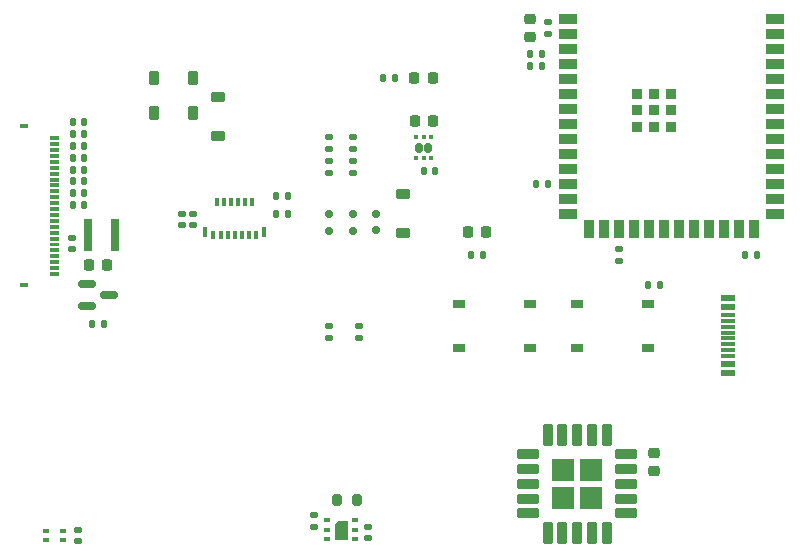
<source format=gtp>
G04 #@! TF.GenerationSoftware,KiCad,Pcbnew,8.0.3*
G04 #@! TF.CreationDate,2024-07-02T16:51:35-07:00*
G04 #@! TF.ProjectId,canary,63616e61-7279-42e6-9b69-6361645f7063,rev?*
G04 #@! TF.SameCoordinates,PX2faf080PY2faf080*
G04 #@! TF.FileFunction,Paste,Top*
G04 #@! TF.FilePolarity,Positive*
%FSLAX46Y46*%
G04 Gerber Fmt 4.6, Leading zero omitted, Abs format (unit mm)*
G04 Created by KiCad (PCBNEW 8.0.3) date 2024-07-02 16:51:35*
%MOMM*%
%LPD*%
G01*
G04 APERTURE LIST*
G04 Aperture macros list*
%AMRoundRect*
0 Rectangle with rounded corners*
0 $1 Rounding radius*
0 $2 $3 $4 $5 $6 $7 $8 $9 X,Y pos of 4 corners*
0 Add a 4 corners polygon primitive as box body*
4,1,4,$2,$3,$4,$5,$6,$7,$8,$9,$2,$3,0*
0 Add four circle primitives for the rounded corners*
1,1,$1+$1,$2,$3*
1,1,$1+$1,$4,$5*
1,1,$1+$1,$6,$7*
1,1,$1+$1,$8,$9*
0 Add four rect primitives between the rounded corners*
20,1,$1+$1,$2,$3,$4,$5,0*
20,1,$1+$1,$4,$5,$6,$7,0*
20,1,$1+$1,$6,$7,$8,$9,0*
20,1,$1+$1,$8,$9,$2,$3,0*%
G04 Aperture macros list end*
%ADD10C,0.100000*%
%ADD11RoundRect,0.225000X-0.225000X-0.250000X0.225000X-0.250000X0.225000X0.250000X-0.225000X0.250000X0*%
%ADD12RoundRect,0.135000X0.185000X-0.135000X0.185000X0.135000X-0.185000X0.135000X-0.185000X-0.135000X0*%
%ADD13RoundRect,0.140000X-0.140000X-0.170000X0.140000X-0.170000X0.140000X0.170000X-0.140000X0.170000X0*%
%ADD14R,0.800000X2.700000*%
%ADD15RoundRect,0.225000X0.250000X-0.225000X0.250000X0.225000X-0.250000X0.225000X-0.250000X-0.225000X0*%
%ADD16RoundRect,0.218750X-0.218750X-0.256250X0.218750X-0.256250X0.218750X0.256250X-0.218750X0.256250X0*%
%ADD17RoundRect,0.135000X-0.135000X-0.185000X0.135000X-0.185000X0.135000X0.185000X-0.135000X0.185000X0*%
%ADD18RoundRect,0.140000X-0.170000X0.140000X-0.170000X-0.140000X0.170000X-0.140000X0.170000X0.140000X0*%
%ADD19RoundRect,0.135000X0.135000X0.185000X-0.135000X0.185000X-0.135000X-0.185000X0.135000X-0.185000X0*%
%ADD20R,1.000000X0.750000*%
%ADD21RoundRect,0.225000X-0.375000X0.225000X-0.375000X-0.225000X0.375000X-0.225000X0.375000X0.225000X0*%
%ADD22RoundRect,0.250001X-0.714999X0.714999X-0.714999X-0.714999X0.714999X-0.714999X0.714999X0.714999X0*%
%ADD23RoundRect,0.212500X-0.212500X0.737500X-0.212500X-0.737500X0.212500X-0.737500X0.212500X0.737500X0*%
%ADD24RoundRect,0.212500X-0.737500X0.212500X-0.737500X-0.212500X0.737500X-0.212500X0.737500X0.212500X0*%
%ADD25RoundRect,0.135000X-0.185000X0.135000X-0.185000X-0.135000X0.185000X-0.135000X0.185000X0.135000X0*%
%ADD26RoundRect,0.150000X-0.200000X0.150000X-0.200000X-0.150000X0.200000X-0.150000X0.200000X0.150000X0*%
%ADD27RoundRect,0.140000X0.140000X0.170000X-0.140000X0.170000X-0.140000X-0.170000X0.140000X-0.170000X0*%
%ADD28RoundRect,0.225000X-0.225000X-0.375000X0.225000X-0.375000X0.225000X0.375000X-0.225000X0.375000X0*%
%ADD29RoundRect,0.150000X-0.587500X-0.150000X0.587500X-0.150000X0.587500X0.150000X-0.587500X0.150000X0*%
%ADD30R,1.500000X0.900000*%
%ADD31R,0.900000X1.500000*%
%ADD32R,0.900000X0.900000*%
%ADD33RoundRect,0.225000X0.225000X0.375000X-0.225000X0.375000X-0.225000X-0.375000X0.225000X-0.375000X0*%
%ADD34RoundRect,0.218750X0.218750X0.256250X-0.218750X0.256250X-0.218750X-0.256250X0.218750X-0.256250X0*%
%ADD35R,0.800000X0.400000*%
%ADD36RoundRect,0.200000X0.200000X0.275000X-0.200000X0.275000X-0.200000X-0.275000X0.200000X-0.275000X0*%
%ADD37R,0.500000X0.300000*%
%ADD38RoundRect,0.140000X0.170000X-0.140000X0.170000X0.140000X-0.170000X0.140000X-0.170000X-0.140000X0*%
%ADD39RoundRect,0.160000X-0.160000X0.245000X-0.160000X-0.245000X0.160000X-0.245000X0.160000X0.245000X0*%
%ADD40RoundRect,0.093750X-0.106250X0.093750X-0.106250X-0.093750X0.106250X-0.093750X0.106250X0.093750X0*%
%ADD41R,1.150000X0.600000*%
%ADD42R,1.150000X0.300000*%
%ADD43R,0.300000X0.800000*%
%ADD44R,0.400000X0.950000*%
%ADD45R,0.550000X0.400000*%
%ADD46RoundRect,0.225000X0.375000X-0.225000X0.375000X0.225000X-0.375000X0.225000X-0.375000X-0.225000X0*%
G04 APERTURE END LIST*
D10*
X15050000Y-11675000D02*
X14400000Y-11675000D01*
X14400000Y-11425000D01*
X15050000Y-11425000D01*
X15050000Y-11675000D01*
G36*
X15050000Y-11675000D02*
G01*
X14400000Y-11675000D01*
X14400000Y-11425000D01*
X15050000Y-11425000D01*
X15050000Y-11675000D01*
G37*
X15050000Y-12175000D02*
X14400000Y-12175000D01*
X14400000Y-11925000D01*
X15050000Y-11925000D01*
X15050000Y-12175000D01*
G36*
X15050000Y-12175000D02*
G01*
X14400000Y-12175000D01*
X14400000Y-11925000D01*
X15050000Y-11925000D01*
X15050000Y-12175000D01*
G37*
X15050000Y-12675000D02*
X14400000Y-12675000D01*
X14400000Y-12425000D01*
X15050000Y-12425000D01*
X15050000Y-12675000D01*
G36*
X15050000Y-12675000D02*
G01*
X14400000Y-12675000D01*
X14400000Y-12425000D01*
X15050000Y-12425000D01*
X15050000Y-12675000D01*
G37*
X15050000Y-13175000D02*
X14400000Y-13175000D01*
X14400000Y-12925000D01*
X15050000Y-12925000D01*
X15050000Y-13175000D01*
G36*
X15050000Y-13175000D02*
G01*
X14400000Y-13175000D01*
X14400000Y-12925000D01*
X15050000Y-12925000D01*
X15050000Y-13175000D01*
G37*
X15050000Y-13675000D02*
X14400000Y-13675000D01*
X14400000Y-13425000D01*
X15050000Y-13425000D01*
X15050000Y-13675000D01*
G36*
X15050000Y-13675000D02*
G01*
X14400000Y-13675000D01*
X14400000Y-13425000D01*
X15050000Y-13425000D01*
X15050000Y-13675000D01*
G37*
X15050000Y-14175000D02*
X14400000Y-14175000D01*
X14400000Y-13925000D01*
X15050000Y-13925000D01*
X15050000Y-14175000D01*
G36*
X15050000Y-14175000D02*
G01*
X14400000Y-14175000D01*
X14400000Y-13925000D01*
X15050000Y-13925000D01*
X15050000Y-14175000D01*
G37*
X15050000Y-14675000D02*
X14400000Y-14675000D01*
X14400000Y-14425000D01*
X15050000Y-14425000D01*
X15050000Y-14675000D01*
G36*
X15050000Y-14675000D02*
G01*
X14400000Y-14675000D01*
X14400000Y-14425000D01*
X15050000Y-14425000D01*
X15050000Y-14675000D01*
G37*
X15050000Y-15175000D02*
X14400000Y-15175000D01*
X14400000Y-14925000D01*
X15050000Y-14925000D01*
X15050000Y-15175000D01*
G36*
X15050000Y-15175000D02*
G01*
X14400000Y-15175000D01*
X14400000Y-14925000D01*
X15050000Y-14925000D01*
X15050000Y-15175000D01*
G37*
X15050000Y-15675000D02*
X14400000Y-15675000D01*
X14400000Y-15425000D01*
X15050000Y-15425000D01*
X15050000Y-15675000D01*
G36*
X15050000Y-15675000D02*
G01*
X14400000Y-15675000D01*
X14400000Y-15425000D01*
X15050000Y-15425000D01*
X15050000Y-15675000D01*
G37*
X15050000Y-16175000D02*
X14400000Y-16175000D01*
X14400000Y-15925000D01*
X15050000Y-15925000D01*
X15050000Y-16175000D01*
G36*
X15050000Y-16175000D02*
G01*
X14400000Y-16175000D01*
X14400000Y-15925000D01*
X15050000Y-15925000D01*
X15050000Y-16175000D01*
G37*
X15050000Y-16675000D02*
X14400000Y-16675000D01*
X14400000Y-16425000D01*
X15050000Y-16425000D01*
X15050000Y-16675000D01*
G36*
X15050000Y-16675000D02*
G01*
X14400000Y-16675000D01*
X14400000Y-16425000D01*
X15050000Y-16425000D01*
X15050000Y-16675000D01*
G37*
X15050000Y-17175000D02*
X14400000Y-17175000D01*
X14400000Y-16925000D01*
X15050000Y-16925000D01*
X15050000Y-17175000D01*
G36*
X15050000Y-17175000D02*
G01*
X14400000Y-17175000D01*
X14400000Y-16925000D01*
X15050000Y-16925000D01*
X15050000Y-17175000D01*
G37*
X15050000Y-17675000D02*
X14400000Y-17675000D01*
X14400000Y-17425000D01*
X15050000Y-17425000D01*
X15050000Y-17675000D01*
G36*
X15050000Y-17675000D02*
G01*
X14400000Y-17675000D01*
X14400000Y-17425000D01*
X15050000Y-17425000D01*
X15050000Y-17675000D01*
G37*
X15050000Y-18175000D02*
X14400000Y-18175000D01*
X14400000Y-17925000D01*
X15050000Y-17925000D01*
X15050000Y-18175000D01*
G36*
X15050000Y-18175000D02*
G01*
X14400000Y-18175000D01*
X14400000Y-17925000D01*
X15050000Y-17925000D01*
X15050000Y-18175000D01*
G37*
X15050000Y-18675000D02*
X14400000Y-18675000D01*
X14400000Y-18425000D01*
X15050000Y-18425000D01*
X15050000Y-18675000D01*
G36*
X15050000Y-18675000D02*
G01*
X14400000Y-18675000D01*
X14400000Y-18425000D01*
X15050000Y-18425000D01*
X15050000Y-18675000D01*
G37*
X15050000Y-19175000D02*
X14400000Y-19175000D01*
X14400000Y-18925000D01*
X15050000Y-18925000D01*
X15050000Y-19175000D01*
G36*
X15050000Y-19175000D02*
G01*
X14400000Y-19175000D01*
X14400000Y-18925000D01*
X15050000Y-18925000D01*
X15050000Y-19175000D01*
G37*
X15050000Y-19675000D02*
X14400000Y-19675000D01*
X14400000Y-19425000D01*
X15050000Y-19425000D01*
X15050000Y-19675000D01*
G36*
X15050000Y-19675000D02*
G01*
X14400000Y-19675000D01*
X14400000Y-19425000D01*
X15050000Y-19425000D01*
X15050000Y-19675000D01*
G37*
X15050000Y-20175000D02*
X14400000Y-20175000D01*
X14400000Y-19925000D01*
X15050000Y-19925000D01*
X15050000Y-20175000D01*
G36*
X15050000Y-20175000D02*
G01*
X14400000Y-20175000D01*
X14400000Y-19925000D01*
X15050000Y-19925000D01*
X15050000Y-20175000D01*
G37*
X15050000Y-20675000D02*
X14400000Y-20675000D01*
X14400000Y-20425000D01*
X15050000Y-20425000D01*
X15050000Y-20675000D01*
G36*
X15050000Y-20675000D02*
G01*
X14400000Y-20675000D01*
X14400000Y-20425000D01*
X15050000Y-20425000D01*
X15050000Y-20675000D01*
G37*
X15050000Y-21175000D02*
X14400000Y-21175000D01*
X14400000Y-20925000D01*
X15050000Y-20925000D01*
X15050000Y-21175000D01*
G36*
X15050000Y-21175000D02*
G01*
X14400000Y-21175000D01*
X14400000Y-20925000D01*
X15050000Y-20925000D01*
X15050000Y-21175000D01*
G37*
X15050000Y-21675000D02*
X14400000Y-21675000D01*
X14400000Y-21425000D01*
X15050000Y-21425000D01*
X15050000Y-21675000D01*
G36*
X15050000Y-21675000D02*
G01*
X14400000Y-21675000D01*
X14400000Y-21425000D01*
X15050000Y-21425000D01*
X15050000Y-21675000D01*
G37*
X15050000Y-22175000D02*
X14400000Y-22175000D01*
X14400000Y-21925000D01*
X15050000Y-21925000D01*
X15050000Y-22175000D01*
G36*
X15050000Y-22175000D02*
G01*
X14400000Y-22175000D01*
X14400000Y-21925000D01*
X15050000Y-21925000D01*
X15050000Y-22175000D01*
G37*
X15050000Y-22675000D02*
X14400000Y-22675000D01*
X14400000Y-22425000D01*
X15050000Y-22425000D01*
X15050000Y-22675000D01*
G36*
X15050000Y-22675000D02*
G01*
X14400000Y-22675000D01*
X14400000Y-22425000D01*
X15050000Y-22425000D01*
X15050000Y-22675000D01*
G37*
X15050000Y-23175000D02*
X14400000Y-23175000D01*
X14400000Y-22925000D01*
X15050000Y-22925000D01*
X15050000Y-23175000D01*
G36*
X15050000Y-23175000D02*
G01*
X14400000Y-23175000D01*
X14400000Y-22925000D01*
X15050000Y-22925000D01*
X15050000Y-23175000D01*
G37*
X39525000Y-45500000D02*
X38475000Y-45500000D01*
X38475000Y-44300000D01*
X38775000Y-44000000D01*
X39525000Y-44000000D01*
X39525000Y-45500000D01*
G36*
X39525000Y-45500000D02*
G01*
X38475000Y-45500000D01*
X38475000Y-44300000D01*
X38775000Y-44000000D01*
X39525000Y-44000000D01*
X39525000Y-45500000D01*
G37*
D11*
X17668750Y-22350000D03*
X19218750Y-22350000D03*
D12*
X38000000Y-14510000D03*
X38000000Y-13490000D03*
D13*
X65020000Y-24000000D03*
X65980000Y-24000000D03*
D14*
X17600000Y-19750000D03*
X19900000Y-19750000D03*
D15*
X55000000Y-3025000D03*
X55000000Y-1475000D03*
D16*
X49712500Y-19500000D03*
X51287500Y-19500000D03*
D17*
X17933750Y-27350000D03*
X18953750Y-27350000D03*
D18*
X26500000Y-18020000D03*
X26500000Y-18980000D03*
D19*
X56510000Y-15500000D03*
X55490000Y-15500000D03*
D20*
X49000000Y-25625000D03*
X55000000Y-25625000D03*
X49000000Y-29375000D03*
X55000000Y-29375000D03*
D21*
X44250000Y-16350000D03*
X44250000Y-19650000D03*
D13*
X46020000Y-14387500D03*
X46980000Y-14387500D03*
D15*
X65500000Y-39775000D03*
X65500000Y-38225000D03*
D17*
X42527500Y-6500000D03*
X43547500Y-6500000D03*
D22*
X60200000Y-39650000D03*
X57800000Y-39650000D03*
X60200000Y-42050000D03*
X57800000Y-42050000D03*
D23*
X61500000Y-36700000D03*
X60250000Y-36700000D03*
X59000000Y-36700000D03*
X57750000Y-36700000D03*
X56500000Y-36700000D03*
D24*
X54850000Y-38350000D03*
X54850000Y-39600000D03*
X54850000Y-40850000D03*
X54850000Y-42100000D03*
X54850000Y-43350000D03*
D23*
X56500000Y-45000000D03*
X57750000Y-45000000D03*
X59000000Y-45000000D03*
X60250000Y-45000000D03*
X61500000Y-45000000D03*
D24*
X63150000Y-43350000D03*
X63150000Y-42100000D03*
X63150000Y-40850000D03*
X63150000Y-39600000D03*
X63150000Y-38350000D03*
D25*
X62500000Y-20990000D03*
X62500000Y-22010000D03*
D13*
X16270000Y-15250000D03*
X17230000Y-15250000D03*
D18*
X36750000Y-43520000D03*
X36750000Y-44480000D03*
D13*
X16270000Y-12250000D03*
X17230000Y-12250000D03*
X16270000Y-13250000D03*
X17230000Y-13250000D03*
D26*
X40000000Y-19450000D03*
X40000000Y-18050000D03*
D27*
X56000000Y-5500000D03*
X55040000Y-5500000D03*
D28*
X23200000Y-9500000D03*
X26500000Y-9500000D03*
D29*
X17506250Y-23900000D03*
X17506250Y-25800000D03*
X19381250Y-24850000D03*
D13*
X16270000Y-14250000D03*
X17230000Y-14250000D03*
D17*
X54990000Y-4500000D03*
X56010000Y-4500000D03*
D26*
X42000000Y-19400000D03*
X42000000Y-18000000D03*
D13*
X16270000Y-11250000D03*
X17230000Y-11250000D03*
D30*
X58250000Y-1490000D03*
X58250000Y-2760000D03*
X58250000Y-4030000D03*
X58250000Y-5300000D03*
X58250000Y-6570000D03*
X58250000Y-7840000D03*
X58250000Y-9110000D03*
X58250000Y-10380000D03*
X58250000Y-11650000D03*
X58250000Y-12920000D03*
X58250000Y-14190000D03*
X58250000Y-15460000D03*
X58250000Y-16730000D03*
X58250000Y-18000000D03*
D31*
X60015000Y-19250000D03*
X61285000Y-19250000D03*
X62555000Y-19250000D03*
X63825000Y-19250000D03*
X65095000Y-19250000D03*
X66365000Y-19250000D03*
X67635000Y-19250000D03*
X68905000Y-19250000D03*
X70175000Y-19250000D03*
X71445000Y-19250000D03*
X72715000Y-19250000D03*
X73985000Y-19250000D03*
D30*
X75750000Y-18000000D03*
X75750000Y-16730000D03*
X75750000Y-15460000D03*
X75750000Y-14190000D03*
X75750000Y-12920000D03*
X75750000Y-11650000D03*
X75750000Y-10380000D03*
X75750000Y-9110000D03*
X75750000Y-7840000D03*
X75750000Y-6570000D03*
X75750000Y-5300000D03*
X75750000Y-4030000D03*
X75750000Y-2760000D03*
X75750000Y-1490000D03*
D32*
X64100000Y-7810000D03*
X64100000Y-9210000D03*
X64100000Y-10610000D03*
X64100000Y-10610000D03*
X65500000Y-7810000D03*
X65500000Y-7810000D03*
X65500000Y-9210000D03*
X65500000Y-10610000D03*
X66900000Y-7810000D03*
X66900000Y-9210000D03*
X66900000Y-10610000D03*
D18*
X41250000Y-44520000D03*
X41250000Y-45480000D03*
D33*
X26500000Y-6500000D03*
X23200000Y-6500000D03*
D34*
X46787500Y-6500000D03*
X45212500Y-6500000D03*
D20*
X59000000Y-25625000D03*
X65000000Y-25625000D03*
X59000000Y-29375000D03*
X65000000Y-29375000D03*
D35*
X12150000Y-10550000D03*
X12150000Y-24050000D03*
D12*
X40000000Y-14510000D03*
X40000000Y-13490000D03*
D36*
X40325000Y-42250000D03*
X38675000Y-42250000D03*
D18*
X16750000Y-44770000D03*
X16750000Y-45730000D03*
D13*
X16270000Y-16250000D03*
X17230000Y-16250000D03*
D37*
X14050000Y-44850000D03*
X14050000Y-45650000D03*
X15450000Y-45650000D03*
X15450000Y-44850000D03*
D27*
X34480000Y-18000000D03*
X33520000Y-18000000D03*
D38*
X56500000Y-2730000D03*
X56500000Y-1770000D03*
D13*
X16270000Y-10250000D03*
X17230000Y-10250000D03*
D11*
X45225000Y-10137500D03*
X46775000Y-10137500D03*
D19*
X74260000Y-21500000D03*
X73240000Y-21500000D03*
D38*
X38000000Y-12480000D03*
X38000000Y-11520000D03*
D13*
X16270000Y-17250000D03*
X17230000Y-17250000D03*
D39*
X46400000Y-12387500D03*
X45600000Y-12387500D03*
D40*
X46650000Y-11500000D03*
X46000000Y-11500000D03*
X45350000Y-11500000D03*
X45350000Y-13275000D03*
X46000000Y-13275000D03*
X46650000Y-13275000D03*
D18*
X25500000Y-18020000D03*
X25500000Y-18980000D03*
D26*
X38000000Y-19450000D03*
X38000000Y-18050000D03*
D17*
X49990000Y-21500000D03*
X51010000Y-21500000D03*
D41*
X71745000Y-31500000D03*
X71745000Y-30700000D03*
D42*
X71745000Y-29550000D03*
X71745000Y-28550000D03*
X71745000Y-28050000D03*
X71745000Y-30050000D03*
D41*
X71745000Y-25100000D03*
X71745000Y-25900000D03*
D42*
X71745000Y-26550000D03*
X71745000Y-27550000D03*
X71745000Y-29050000D03*
X71745000Y-27050000D03*
D38*
X16250000Y-20980000D03*
X16250000Y-20020000D03*
X40000000Y-12480000D03*
X40000000Y-11520000D03*
D25*
X40500000Y-27490000D03*
X40500000Y-28510000D03*
X38000000Y-27490000D03*
X38000000Y-28510000D03*
D43*
X28200000Y-19800000D03*
X28500000Y-17000000D03*
X28800000Y-19800000D03*
X29100000Y-17000000D03*
X29400000Y-19800000D03*
X29700000Y-17000000D03*
X30000000Y-19800000D03*
X30300000Y-17000000D03*
X30600000Y-19800000D03*
X30900000Y-17000000D03*
X31200000Y-19800000D03*
X31500000Y-17000000D03*
X31800000Y-19800000D03*
D44*
X32500000Y-19550000D03*
X27500000Y-19550000D03*
D45*
X37850000Y-43950000D03*
X37850000Y-44750000D03*
X37850000Y-45550000D03*
X40150000Y-45550000D03*
X40150000Y-44750000D03*
X40150000Y-43950000D03*
D27*
X34480000Y-16500000D03*
X33520000Y-16500000D03*
D46*
X28600000Y-11400000D03*
X28600000Y-8100000D03*
M02*

</source>
